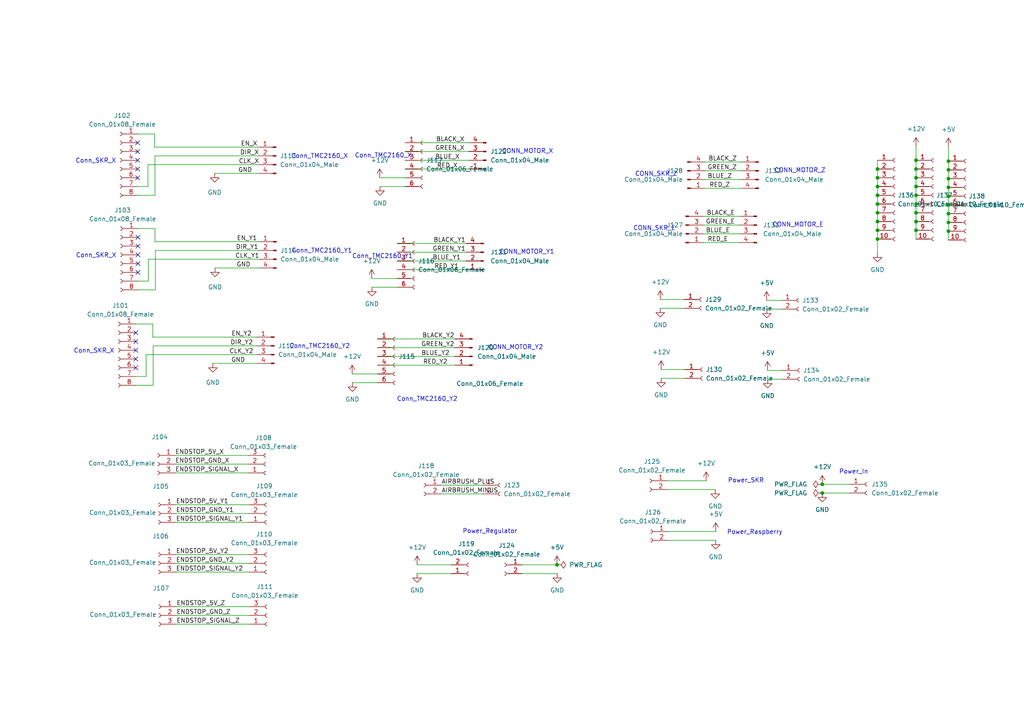
<source format=kicad_sch>
(kicad_sch (version 20211123) (generator eeschema)
  (paper "A4")
  (lib_symbols
    (symbol "Connector:Conn_01x02_Female" (pin_names (offset 1.016) hide)
      (property "Reference" "J" (at 0 2.54 0))
      (property "Value" "Conn_01x02_Female" (at 0 -5.08 0))
      (symbol "Conn_01x02_Female_1_1"
        (arc (start 0 -2.032) (mid -0.508 -2.54) (end 0 -3.048) (stroke (width 0.1524)))
        (polyline (pts (xy -1.27 -2.54) (xy -0.508 -2.54)) (stroke (width 0.1524)))
        (polyline (pts (xy -1.27 0) (xy -0.508 0)) (stroke (width 0.1524)))
        (arc (start 0 0.508) (mid -0.508 0) (end 0 -0.508) (stroke (width 0.1524)))
        (pin passive line (at -5.08 0 0) (length 3.81) (name "Pin_1") (number "1"))
        (pin passive line (at -5.08 -2.54 0) (length 3.81) (name "Pin_2") (number "2"))
      )
    )
    (symbol "Connector:Conn_01x03_Female" (pin_names (offset 1.016) hide)
      (property "Reference" "J" (at 0 5.08 0))
      (property "Value" "Conn_01x03_Female" (at 0 -5.08 0))
      (symbol "Conn_01x03_Female_1_1"
        (arc (start 0 -2.032) (mid -0.508 -2.54) (end 0 -3.048) (stroke (width 0.1524)))
        (polyline (pts (xy -1.27 -2.54) (xy -0.508 -2.54)) (stroke (width 0.1524)))
        (polyline (pts (xy -1.27 0) (xy -0.508 0)) (stroke (width 0.1524)))
        (polyline (pts (xy -1.27 2.54) (xy -0.508 2.54)) (stroke (width 0.1524)))
        (arc (start 0 0.508) (mid -0.508 0) (end 0 -0.508) (stroke (width 0.1524)))
        (arc (start 0 3.048) (mid -0.508 2.54) (end 0 2.032) (stroke (width 0.1524)))
        (pin passive line (at -5.08 2.54 0) (length 3.81) (name "Pin_1") (number "1"))
        (pin passive line (at -5.08 0 0) (length 3.81) (name "Pin_2") (number "2"))
        (pin passive line (at -5.08 -2.54 0) (length 3.81) (name "Pin_3") (number "3"))
      )
    )
    (symbol "Connector:Conn_01x04_Male" (pin_names (offset 1.016) hide)
      (property "Reference" "J" (at 0 5.08 0))
      (property "Value" "Conn_01x04_Male" (at 0 -7.62 0))
      (symbol "Conn_01x04_Male_1_1"
        (polyline (pts (xy 1.27 -5.08) (xy 0.8636 -5.08)) (stroke (width 0.1524)))
        (polyline (pts (xy 1.27 -2.54) (xy 0.8636 -2.54)) (stroke (width 0.1524)))
        (polyline (pts (xy 1.27 0) (xy 0.8636 0)) (stroke (width 0.1524)))
        (polyline (pts (xy 1.27 2.54) (xy 0.8636 2.54)) (stroke (width 0.1524)))
        (rectangle (start 0.8636 -4.953) (end 0 -5.207) (stroke (width 0.1524)) (fill (type outline)))
        (rectangle (start 0.8636 -2.413) (end 0 -2.667) (stroke (width 0.1524)) (fill (type outline)))
        (rectangle (start 0.8636 0.127) (end 0 -0.127) (stroke (width 0.1524)) (fill (type outline)))
        (rectangle (start 0.8636 2.667) (end 0 2.413) (stroke (width 0.1524)) (fill (type outline)))
        (pin passive line (at 5.08 2.54 180) (length 3.81) (name "Pin_1") (number "1"))
        (pin passive line (at 5.08 0 180) (length 3.81) (name "Pin_2") (number "2"))
        (pin passive line (at 5.08 -2.54 180) (length 3.81) (name "Pin_3") (number "3"))
        (pin passive line (at 5.08 -5.08 180) (length 3.81) (name "Pin_4") (number "4"))
      )
    )
    (symbol "Connector:Conn_01x06_Female" (pin_names (offset 1.016) hide)
      (property "Reference" "J" (at 0 7.62 0))
      (property "Value" "Conn_01x06_Female" (at 0 -10.16 0))
      (symbol "Conn_01x06_Female_1_1"
        (arc (start 0 -7.112) (mid -0.508 -7.62) (end 0 -8.128) (stroke (width 0.1524)))
        (arc (start 0 -4.572) (mid -0.508 -5.08) (end 0 -5.588) (stroke (width 0.1524)))
        (arc (start 0 -2.032) (mid -0.508 -2.54) (end 0 -3.048) (stroke (width 0.1524)))
        (polyline (pts (xy -1.27 -7.62) (xy -0.508 -7.62)) (stroke (width 0.1524)))
        (polyline (pts (xy -1.27 -5.08) (xy -0.508 -5.08)) (stroke (width 0.1524)))
        (polyline (pts (xy -1.27 -2.54) (xy -0.508 -2.54)) (stroke (width 0.1524)))
        (polyline (pts (xy -1.27 0) (xy -0.508 0)) (stroke (width 0.1524)))
        (polyline (pts (xy -1.27 2.54) (xy -0.508 2.54)) (stroke (width 0.1524)))
        (polyline (pts (xy -1.27 5.08) (xy -0.508 5.08)) (stroke (width 0.1524)))
        (arc (start 0 0.508) (mid -0.508 0) (end 0 -0.508) (stroke (width 0.1524)))
        (arc (start 0 3.048) (mid -0.508 2.54) (end 0 2.032) (stroke (width 0.1524)))
        (arc (start 0 5.588) (mid -0.508 5.08) (end 0 4.572) (stroke (width 0.1524)))
        (pin passive line (at -5.08 5.08 0) (length 3.81) (name "Pin_1") (number "1"))
        (pin passive line (at -5.08 2.54 0) (length 3.81) (name "Pin_2") (number "2"))
        (pin passive line (at -5.08 0 0) (length 3.81) (name "Pin_3") (number "3"))
        (pin passive line (at -5.08 -2.54 0) (length 3.81) (name "Pin_4") (number "4"))
        (pin passive line (at -5.08 -5.08 0) (length 3.81) (name "Pin_5") (number "5"))
        (pin passive line (at -5.08 -7.62 0) (length 3.81) (name "Pin_6") (number "6"))
      )
    )
    (symbol "Connector:Conn_01x08_Female" (pin_names (offset 1.016) hide)
      (property "Reference" "J" (at 0 10.16 0))
      (property "Value" "Conn_01x08_Female" (at 0 -12.7 0))
      (symbol "Conn_01x08_Female_1_1"
        (arc (start 0 -9.652) (mid -0.508 -10.16) (end 0 -10.668) (stroke (width 0.1524)))
        (arc (start 0 -7.112) (mid -0.508 -7.62) (end 0 -8.128) (stroke (width 0.1524)))
        (arc (start 0 -4.572) (mid -0.508 -5.08) (end 0 -5.588) (stroke (width 0.1524)))
        (arc (start 0 -2.032) (mid -0.508 -2.54) (end 0 -3.048) (stroke (width 0.1524)))
        (polyline (pts (xy -1.27 -10.16) (xy -0.508 -10.16)) (stroke (width 0.1524)))
        (polyline (pts (xy -1.27 -7.62) (xy -0.508 -7.62)) (stroke (width 0.1524)))
        (polyline (pts (xy -1.27 -5.08) (xy -0.508 -5.08)) (stroke (width 0.1524)))
        (polyline (pts (xy -1.27 -2.54) (xy -0.508 -2.54)) (stroke (width 0.1524)))
        (polyline (pts (xy -1.27 0) (xy -0.508 0)) (stroke (width 0.1524)))
        (polyline (pts (xy -1.27 2.54) (xy -0.508 2.54)) (stroke (width 0.1524)))
        (polyline (pts (xy -1.27 5.08) (xy -0.508 5.08)) (stroke (width 0.1524)))
        (polyline (pts (xy -1.27 7.62) (xy -0.508 7.62)) (stroke (width 0.1524)))
        (arc (start 0 0.508) (mid -0.508 0) (end 0 -0.508) (stroke (width 0.1524)))
        (arc (start 0 3.048) (mid -0.508 2.54) (end 0 2.032) (stroke (width 0.1524)))
        (arc (start 0 5.588) (mid -0.508 5.08) (end 0 4.572) (stroke (width 0.1524)))
        (arc (start 0 8.128) (mid -0.508 7.62) (end 0 7.112) (stroke (width 0.1524)))
        (pin passive line (at -5.08 7.62 0) (length 3.81) (name "Pin_1") (number "1"))
        (pin passive line (at -5.08 5.08 0) (length 3.81) (name "Pin_2") (number "2"))
        (pin passive line (at -5.08 2.54 0) (length 3.81) (name "Pin_3") (number "3"))
        (pin passive line (at -5.08 0 0) (length 3.81) (name "Pin_4") (number "4"))
        (pin passive line (at -5.08 -2.54 0) (length 3.81) (name "Pin_5") (number "5"))
        (pin passive line (at -5.08 -5.08 0) (length 3.81) (name "Pin_6") (number "6"))
        (pin passive line (at -5.08 -7.62 0) (length 3.81) (name "Pin_7") (number "7"))
        (pin passive line (at -5.08 -10.16 0) (length 3.81) (name "Pin_8") (number "8"))
      )
    )
    (symbol "Connector:Conn_01x10_Female" (pin_names (offset 1.016) hide)
      (property "Reference" "J" (at 0 12.7 0))
      (property "Value" "Conn_01x10_Female" (at 0 -15.24 0))
      (symbol "Conn_01x10_Female_1_1"
        (arc (start 0 -12.192) (mid -0.508 -12.7) (end 0 -13.208) (stroke (width 0.1524)))
        (arc (start 0 -9.652) (mid -0.508 -10.16) (end 0 -10.668) (stroke (width 0.1524)))
        (arc (start 0 -7.112) (mid -0.508 -7.62) (end 0 -8.128) (stroke (width 0.1524)))
        (arc (start 0 -4.572) (mid -0.508 -5.08) (end 0 -5.588) (stroke (width 0.1524)))
        (arc (start 0 -2.032) (mid -0.508 -2.54) (end 0 -3.048) (stroke (width 0.1524)))
        (polyline (pts (xy -1.27 -12.7) (xy -0.508 -12.7)) (stroke (width 0.1524)))
        (polyline (pts (xy -1.27 -10.16) (xy -0.508 -10.16)) (stroke (width 0.1524)))
        (polyline (pts (xy -1.27 -7.62) (xy -0.508 -7.62)) (stroke (width 0.1524)))
        (polyline (pts (xy -1.27 -5.08) (xy -0.508 -5.08)) (stroke (width 0.1524)))
        (polyline (pts (xy -1.27 -2.54) (xy -0.508 -2.54)) (stroke (width 0.1524)))
        (polyline (pts (xy -1.27 0) (xy -0.508 0)) (stroke (width 0.1524)))
        (polyline (pts (xy -1.27 2.54) (xy -0.508 2.54)) (stroke (width 0.1524)))
        (polyline (pts (xy -1.27 5.08) (xy -0.508 5.08)) (stroke (width 0.1524)))
        (polyline (pts (xy -1.27 7.62) (xy -0.508 7.62)) (stroke (width 0.1524)))
        (polyline (pts (xy -1.27 10.16) (xy -0.508 10.16)) (stroke (width 0.1524)))
        (arc (start 0 0.508) (mid -0.508 0) (end 0 -0.508) (stroke (width 0.1524)))
        (arc (start 0 3.048) (mid -0.508 2.54) (end 0 2.032) (stroke (width 0.1524)))
        (arc (start 0 5.588) (mid -0.508 5.08) (end 0 4.572) (stroke (width 0.1524)))
        (arc (start 0 8.128) (mid -0.508 7.62) (end 0 7.112) (stroke (width 0.1524)))
        (arc (start 0 10.668) (mid -0.508 10.16) (end 0 9.652) (stroke (width 0.1524)))
        (pin passive line (at -5.08 10.16 0) (length 3.81) (name "Pin_1") (number "1"))
        (pin passive line (at -5.08 -12.7 0) (length 3.81) (name "Pin_10") (number "10"))
        (pin passive line (at -5.08 7.62 0) (length 3.81) (name "Pin_2") (number "2"))
        (pin passive line (at -5.08 5.08 0) (length 3.81) (name "Pin_3") (number "3"))
        (pin passive line (at -5.08 2.54 0) (length 3.81) (name "Pin_4") (number "4"))
        (pin passive line (at -5.08 0 0) (length 3.81) (name "Pin_5") (number "5"))
        (pin passive line (at -5.08 -2.54 0) (length 3.81) (name "Pin_6") (number "6"))
        (pin passive line (at -5.08 -5.08 0) (length 3.81) (name "Pin_7") (number "7"))
        (pin passive line (at -5.08 -7.62 0) (length 3.81) (name "Pin_8") (number "8"))
        (pin passive line (at -5.08 -10.16 0) (length 3.81) (name "Pin_9") (number "9"))
      )
    )
    (symbol "Mechanical:MountingHole" (pin_names (offset 1.016))
      (property "Reference" "H" (at 0 5.08 0))
      (property "Value" "MountingHole" (at 0 3.175 0))
      (symbol "MountingHole_0_1"
        (circle (center 0 0) (radius 1.27) (stroke (width 1.27)))
      )
    )
    (symbol "power:+12V" (power) (pin_names (offset 0))
      (property "Value" "+12V" (at 0 3.556 0))
      (symbol "+12V_0_1"
        (polyline (pts (xy -0.762 1.27) (xy 0 2.54)))
        (polyline (pts (xy 0 0) (xy 0 2.54)))
        (polyline (pts (xy 0 2.54) (xy 0.762 1.27)))
      )
      (symbol "+12V_1_1"
        (pin power_in line (at 0 0 90) (length 0) hide (name "+12V") (number "1"))
      )
    )
    (symbol "power:+5V" (power) (pin_names (offset 0))
      (property "Value" "+5V" (at 0 3.556 0))
      (symbol "+5V_0_1"
        (polyline (pts (xy -0.762 1.27) (xy 0 2.54)))
        (polyline (pts (xy 0 0) (xy 0 2.54)))
        (polyline (pts (xy 0 2.54) (xy 0.762 1.27)))
      )
      (symbol "+5V_1_1"
        (pin power_in line (at 0 0 90) (length 0) hide (name "+5V") (number "1"))
      )
    )
    (symbol "power:GND" (power) (pin_names (offset 0))
      (property "Value" "GND" (at 0 -3.81 0))
      (symbol "GND_0_1"
        (polyline (pts (xy 0 0) (xy 0 -1.27) (xy 1.27 -1.27) (xy 0 -2.54) (xy -1.27 -1.27) (xy 0 -1.27)))
      )
      (symbol "GND_1_1"
        (pin power_in line (at 0 0 270) (length 0) hide (name "GND") (number "1"))
      )
    )
    (symbol "power:PWR_FLAG" (power) (pin_numbers hide) (pin_names (offset 0) hide)
      (property "Value" "PWR_FLAG" (at 0 3.81 0))
      (symbol "PWR_FLAG_0_0"
        (pin power_out line (at 0 0 90) (length 0) (name "pwr") (number "1"))
      )
      (symbol "PWR_FLAG_0_1"
        (polyline (pts (xy 0 0) (xy 0 1.27) (xy -1.016 1.905) (xy 0 2.54) (xy 1.016 1.905) (xy 0 1.27)))
      )
    )
  )
  (junction (at 254.508 61.722))
  (junction (at 275.082 51.816))
  (junction (at 265.684 61.722))
  (junction (at 265.684 46.482))
  (junction (at 254.508 51.562))
  (junction (at 275.082 59.436))
  (junction (at 254.508 69.342))
  (junction (at 254.508 49.022))
  (junction (at 238.4905 143.002))
  (junction (at 254.508 54.102))
  (junction (at 254.508 59.182))
  (junction (at 254.508 66.802))
  (junction (at 265.684 64.262))
  (junction (at 265.684 54.102))
  (junction (at 275.082 61.976))
  (junction (at 265.684 66.802))
  (junction (at 161.544 163.83))
  (junction (at 254.508 56.642))
  (junction (at 275.082 46.736))
  (junction (at 275.082 49.276))
  (junction (at 265.684 51.562))
  (junction (at 265.684 56.642))
  (junction (at 265.684 59.182))
  (junction (at 265.684 49.022))
  (junction (at 238.4905 140.462))
  (junction (at 275.082 56.896))
  (junction (at 254.508 64.262))
  (junction (at 275.082 64.516))
  (junction (at 275.082 67.056))
  (junction (at 275.082 54.356))
  (no_connect (at 39.911 41.402))
  (no_connect (at 40.0262 68.834))
  (no_connect (at 39.3869 96.5062))
  (no_connect (at 40.0262 73.914))
  (no_connect (at 40.0262 78.994))
  (no_connect (at 39.911 51.562))
  (no_connect (at 40.0262 71.374))
  (no_connect (at 39.911 49.022))
  (no_connect (at 39.3869 106.6662))
  (no_connect (at 39.3869 99.0462))
  (no_connect (at 40.0262 76.454))
  (no_connect (at 39.911 43.942))
  (no_connect (at 39.911 46.482))
  (no_connect (at 39.3869 104.1262))
  (no_connect (at 39.3869 101.5862))
  (wire (pts (xy 51.0283 165.9335) (xy 72.2216 165.9335)))
  (wire (pts (xy 203.962 65.278) (xy 214.4332 65.278)))
  (wire (pts (xy 193.802 154.178) (xy 207.5989 154.178)))
  (wire (pts (xy 43.0218 81.534) (xy 40.0262 81.534)))
  (wire (pts (xy 265.684 42.4566) (xy 265.684 46.482)))
  (wire (pts (xy 275.082 64.516) (xy 275.082 67.056)))
  (wire (pts (xy 42.9066 47.752) (xy 42.9066 54.102)))
  (wire (pts (xy 51.0283 146.4002) (xy 72.2216 146.4002)))
  (wire (pts (xy 191.5062 89.408) (xy 198.374 89.408)))
  (wire (pts (xy 107.8774 83.312) (xy 115.1723 83.312)))
  (wire (pts (xy 275.082 42.6073) (xy 275.082 46.736)))
  (wire (pts (xy 275.082 54.356) (xy 275.082 56.896)))
  (wire (pts (xy 265.684 64.262) (xy 265.684 66.802)))
  (wire (pts (xy 265.684 49.022) (xy 265.684 51.562)))
  (wire (pts (xy 44.958 70.104) (xy 44.958 66.294)))
  (wire (pts (xy 44.958 70.104) (xy 75.1029 70.104)))
  (wire (pts (xy 222.4085 89.662) (xy 226.568 89.662)))
  (wire (pts (xy 51.0283 151.4802) (xy 72.2216 151.4802)))
  (wire (pts (xy 117.5137 41.402) (xy 135.9472 41.402)))
  (wire (pts (xy 254.508 64.262) (xy 254.508 66.802)))
  (wire (pts (xy 115.1723 78.232) (xy 135.1852 78.232)))
  (wire (pts (xy 44.8428 42.672) (xy 74.9877 42.672)))
  (wire (pts (xy 102.1372 108.458) (xy 109.5027 108.458)))
  (wire (pts (xy 275.082 56.896) (xy 275.082 59.436)))
  (wire (pts (xy 254.508 56.642) (xy 254.508 59.182)))
  (wire (pts (xy 50.8 132.08) (xy 71.9933 132.08)))
  (wire (pts (xy 203.962 67.818) (xy 214.4332 67.818)))
  (wire (pts (xy 254.508 59.182) (xy 254.508 61.722)))
  (wire (pts (xy 62.263 50.292) (xy 74.9877 50.292)))
  (wire (pts (xy 222.6723 109.982) (xy 226.8318 109.982)))
  (wire (pts (xy 222.3547 87.122) (xy 226.568 87.122)))
  (wire (pts (xy 275.082 51.816) (xy 275.082 54.356)))
  (wire (pts (xy 254.508 66.802) (xy 254.508 69.342)))
  (wire (pts (xy 44.8428 42.672) (xy 44.8428 38.862)))
  (wire (pts (xy 109.5027 98.298) (xy 131.9203 98.298)))
  (wire (pts (xy 115.1723 75.692) (xy 135.1852 75.692)))
  (wire (pts (xy 275.082 59.436) (xy 275.082 61.976)))
  (wire (pts (xy 203.962 62.738) (xy 214.4332 62.738)))
  (wire (pts (xy 110.1482 51.562) (xy 117.5137 51.562)))
  (wire (pts (xy 203.962 70.358) (xy 214.4332 70.358)))
  (wire (pts (xy 51.1585 178.4977) (xy 72.3518 178.4977)))
  (wire (pts (xy 193.548 139.446) (xy 204.8129 139.446)))
  (wire (pts (xy 115.1723 73.152) (xy 135.1852 73.152)))
  (wire (pts (xy 109.5027 105.918) (xy 131.9203 105.918)))
  (wire (pts (xy 191.77 109.728) (xy 198.6378 109.728)))
  (wire (pts (xy 151.4245 166.37) (xy 161.6068 166.37)))
  (wire (pts (xy 51.0283 163.3935) (xy 72.2216 163.3935)))
  (wire (pts (xy 265.684 66.802) (xy 265.684 69.342)))
  (wire (pts (xy 254.508 69.342) (xy 254.508 73.4054)))
  (wire (pts (xy 204.47 54.61) (xy 214.9412 54.61)))
  (wire (pts (xy 44.4233 100.3162) (xy 74.4636 100.3162)))
  (wire (pts (xy 254.508 51.562) (xy 254.508 54.102)))
  (wire (pts (xy 107.8068 80.772) (xy 115.1723 80.772)))
  (wire (pts (xy 222.6185 107.442) (xy 226.8318 107.442)))
  (wire (pts (xy 204.47 52.07) (xy 214.9412 52.07)))
  (wire (pts (xy 128.0492 143.256) (xy 139.954 143.256)))
  (wire (pts (xy 254.508 49.022) (xy 254.508 51.562)))
  (wire (pts (xy 61.7389 105.3962) (xy 74.4636 105.3962)))
  (wire (pts (xy 44.9474 45.212) (xy 74.9877 45.212)))
  (wire (pts (xy 50.8 137.16) (xy 71.9933 137.16)))
  (wire (pts (xy 45.0626 72.644) (xy 75.1029 72.644)))
  (wire (pts (xy 254.508 46.482) (xy 254.508 49.022)))
  (wire (pts (xy 275.082 61.976) (xy 275.082 64.516)))
  (wire (pts (xy 193.802 156.718) (xy 207.5858 156.718)))
  (wire (pts (xy 42.3825 102.8562) (xy 42.3825 109.2062)))
  (wire (pts (xy 193.548 141.986) (xy 207.455 141.986)))
  (wire (pts (xy 275.082 67.056) (xy 275.082 69.596)))
  (wire (pts (xy 238.4905 140.462) (xy 246.38 140.462)))
  (wire (pts (xy 44.9474 45.212) (xy 44.9474 56.642)))
  (wire (pts (xy 44.958 66.294) (xy 40.0262 66.294)))
  (wire (pts (xy 117.5137 49.022) (xy 135.9472 49.022)))
  (wire (pts (xy 50.8 134.62) (xy 71.9933 134.62)))
  (wire (pts (xy 44.4233 111.7462) (xy 39.3869 111.7462)))
  (wire (pts (xy 191.5062 86.868) (xy 198.374 86.868)))
  (wire (pts (xy 254.508 61.722) (xy 254.508 64.262)))
  (wire (pts (xy 265.684 54.102) (xy 265.684 56.642)))
  (wire (pts (xy 117.5137 46.482) (xy 135.9472 46.482)))
  (wire (pts (xy 117.5137 43.942) (xy 135.9472 43.942)))
  (wire (pts (xy 42.9066 54.102) (xy 39.911 54.102)))
  (wire (pts (xy 254.508 54.102) (xy 254.508 56.642)))
  (wire (pts (xy 204.47 49.53) (xy 214.9412 49.53)))
  (wire (pts (xy 102.2078 110.998) (xy 109.5027 110.998)))
  (wire (pts (xy 238.4905 143.002) (xy 246.38 143.002)))
  (wire (pts (xy 42.3825 109.2062) (xy 39.3869 109.2062)))
  (wire (pts (xy 109.5027 103.378) (xy 131.9203 103.378)))
  (wire (pts (xy 191.77 107.188) (xy 198.6378 107.188)))
  (wire (pts (xy 51.0283 148.9402) (xy 72.2216 148.9402)))
  (wire (pts (xy 265.684 46.482) (xy 265.684 49.022)))
  (wire (pts (xy 44.4233 100.3162) (xy 44.4233 111.7462)))
  (wire (pts (xy 204.47 46.99) (xy 214.9412 46.99)))
  (wire (pts (xy 120.9792 166.37) (xy 130.848 166.37)))
  (wire (pts (xy 44.3187 97.7762) (xy 74.4636 97.7762)))
  (wire (pts (xy 265.684 59.182) (xy 265.684 61.722)))
  (wire (pts (xy 265.684 56.642) (xy 265.684 59.182)))
  (wire (pts (xy 43.0218 75.184) (xy 75.1029 75.184)))
  (wire (pts (xy 44.8428 38.862) (xy 39.911 38.862)))
  (wire (pts (xy 151.4245 163.83) (xy 161.544 163.83)))
  (wire (pts (xy 45.0626 84.074) (xy 40.0262 84.074)))
  (wire (pts (xy 42.9066 47.752) (xy 74.9877 47.752)))
  (wire (pts (xy 275.082 49.276) (xy 275.082 51.816)))
  (wire (pts (xy 51.1585 175.9577) (xy 72.3518 175.9577)))
  (wire (pts (xy 275.082 46.736) (xy 275.082 49.276)))
  (wire (pts (xy 110.2188 54.102) (xy 117.5137 54.102)))
  (wire (pts (xy 44.3187 97.7762) (xy 44.3187 93.9662)))
  (wire (pts (xy 45.0626 72.644) (xy 45.0626 84.074)))
  (wire (pts (xy 42.3825 102.8562) (xy 74.4636 102.8562)))
  (wire (pts (xy 265.684 61.722) (xy 265.684 64.262)))
  (wire (pts (xy 115.1723 70.612) (xy 135.1852 70.612)))
  (wire (pts (xy 44.9474 56.642) (xy 39.911 56.642)))
  (wire (pts (xy 128.0492 140.716) (xy 139.954 140.716)))
  (wire (pts (xy 109.5027 100.838) (xy 131.9203 100.838)))
  (wire (pts (xy 43.0218 75.184) (xy 43.0218 81.534)))
  (wire (pts (xy 120.9792 163.83) (xy 130.848 163.83)))
  (wire (pts (xy 51.0283 160.8535) (xy 72.2216 160.8535)))
  (wire (pts (xy 265.684 51.562) (xy 265.684 54.102)))
  (wire (pts (xy 62.3782 77.724) (xy 75.1029 77.724)))
  (wire (pts (xy 44.3187 93.9662) (xy 39.3869 93.9662)))
  (wire (pts (xy 51.1585 181.0377) (xy 72.3518 181.0377)))
  (text "CONN_MOTOR_Z" (at 224.536 50.292 0) (effects (font (size 1.27 1.27)) (justify left bottom)))
  (text "Conn_TMC2160_X" (at 102.87 45.974 0) (effects (font (size 1.27 1.27)) (justify left bottom)))
  (text "Conn_TMC2160_X" (at 84.3923 46.1609 0) (effects (font (size 1.27 1.27)) (justify left bottom)))
  (text "Power_Raspberry" (at 210.82 155.194 0) (effects (font (size 1.27 1.27)) (justify left bottom)))
  (text "Conn_TMC2160_Y1" (at 84.5075 73.5929 0) (effects (font (size 1.27 1.27)) (justify left bottom)))
  (text "CONN_MOTOR_Y1" (at 144.78 73.914 0) (effects (font (size 1.27 1.27)) (justify left bottom)))
  (text "CONN_MOTOR_Y2" (at 141.5151 101.6 0) (effects (font (size 1.27 1.27)) (justify left bottom)))
  (text "Power_Regulator" (at 134.1525 154.94 0) (effects (font (size 1.27 1.27)) (justify left bottom)))
  (text "CONN_MOTOR_E" (at 224.028 66.04 0) (effects (font (size 1.27 1.27)) (justify left bottom)))
  (text "CONN_SKR_Z" (at 184.15 51.308 0) (effects (font (size 1.27 1.27)) (justify left bottom)))
  (text "CONN_MOTOR_X" (at 145.542 44.704 0) (effects (font (size 1.27 1.27)) (justify left bottom)))
  (text "Conn_TMC2160_Y2" (at 83.8682 101.2651 0) (effects (font (size 1.27 1.27)) (justify left bottom)))
  (text "Conn_TMC2160_Y1" (at 102.108 75.184 0) (effects (font (size 1.27 1.27)) (justify left bottom)))
  (text "Power_In" (at 243.332 137.668 0) (effects (font (size 1.27 1.27)) (justify left bottom)))
  (text "Conn_SKR_X" (at 21.3529 102.6022 0) (effects (font (size 1.27 1.27)) (justify left bottom)))
  (text "Power_SKR" (at 211.074 140.208 0) (effects (font (size 1.27 1.27)) (justify left bottom)))
  (text "Conn_SKR_X" (at 21.877 47.498 0) (effects (font (size 1.27 1.27)) (justify left bottom)))
  (text "Conn_TMC2160_Y2" (at 115.062 116.586 0) (effects (font (size 1.27 1.27)) (justify left bottom)))
  (text "CONN_SKR_E" (at 183.642 67.056 0) (effects (font (size 1.27 1.27)) (justify left bottom)))
  (text "Conn_SKR_X" (at 21.9922 74.93 0) (effects (font (size 1.27 1.27)) (justify left bottom)))
  (label "GREEN_Y1" (at 125.4381 73.152 0))
  (label "BLUE_X" (at 126.2001 46.482 0))
  (label "GND" (at 69.0685 50.292 0))
  (label "RED_Y2" (at 122.682 105.918 0))
  (label "ENDSTOP_5V_Y2" (at 51.0283 160.8535 0))
  (label "AIRBRUSH_MINUS" (at 128.0492 143.256 0))
  (label "BLACK_X" (at 126.4545 41.402 0))
  (label "ENDSTOP_5V_X" (at 50.8 132.08 0))
  (label "BLUE_Z" (at 205.1941 52.07 0))
  (label "GND" (at 67.0177 105.3962 0))
  (label "RED_E" (at 205.1949 70.358 0))
  (label "GREEN_X" (at 126.2001 43.942 0))
  (label "BLACK_E" (at 204.9405 62.738 0))
  (label "RED_X" (at 126.7089 49.022 0))
  (label "CLK_Y1" (at 68.2187 75.184 0))
  (label "CLK_Y2" (at 66.4902 102.8562 0))
  (label "BLACK_Y2" (at 122.4276 98.298 0))
  (label "BLACK_Z" (at 205.4485 46.99 0))
  (label "CLK_X" (at 69.2192 47.752 0))
  (label "ENDSTOP_GND_Z" (at 51.1585 178.4977 0))
  (label "GREEN_Y2" (at 122.1732 100.838 0))
  (label "DIR_X" (at 69.596 45.212 0))
  (label "ENDSTOP_SIGNAL_X" (at 50.8 137.16 0))
  (label "ENDSTOP_GND_Y2" (at 51.0283 163.3935 0))
  (label "ENDSTOP_5V_Y1" (at 51.0283 146.4002 0))
  (label "GREEN_E" (at 204.6861 65.278 0))
  (label "BLUE_E" (at 204.6861 67.818 0))
  (label "AIRBRUSH_PLUS" (at 128.0492 140.716 0))
  (label "ENDSTOP_5V_Z" (at 51.1585 175.9577 0))
  (label "ENDSTOP_SIGNAL_Y2" (at 51.0283 165.9335 0))
  (label "BLUE_Y1" (at 125.4381 75.692 0))
  (label "EN_X" (at 69.822 42.672 0))
  (label "RED_Y1" (at 125.9469 78.232 0))
  (label "ENDSTOP_SIGNAL_Z" (at 51.1585 181.0377 0))
  (label "EN_Y1" (at 68.6708 70.104 0))
  (label "BLACK_Y1" (at 125.6925 70.612 0))
  (label "EN_Y2" (at 67.0931 97.7762 0))
  (label "ENDSTOP_GND_Y1" (at 51.0283 148.9402 0))
  (label "DIR_Y2" (at 66.7916 100.3162 0))
  (label "ENDSTOP_SIGNAL_Y1" (at 51.0283 151.4802 0))
  (label "GND" (at 68.5954 77.724 0))
  (label "ENDSTOP_GND_X" (at 50.8 134.62 0))
  (label "RED_Z" (at 205.7029 54.61 0))
  (label "GREEN_Z" (at 205.1941 49.53 0))
  (label "DIR_Y1" (at 68.3694 72.644 0))
  (label "BLUE_Y2" (at 122.1732 103.378 0))
  (symbol (lib_id "Connector:Conn_01x06_Female") (at 114.5827 103.378 0) (unit 1)
    (property "Reference" "J115" (at 115.5987 103.3779 0) (effects (justify left)))
    (property "Value" "Conn_01x06_Female" (at 132.334 111.252 0) (effects (justify left)))
    (property "Footprint" "TerminalBlock_WAGO:TerminalBlock_WAGO_236-406_1x06_P5.00mm_45Degree" (effects hide))
  )
  (symbol (lib_id "power:GND") (at 107.8774 83.312 0) (unit 1)
    (property "Reference" "#PWR0107" (effects hide))
    (property "Value" "GND" (at 107.8774 88.138 0))
  )
  (symbol (lib_id "Connector:Conn_01x10_Female") (at 259.588 56.642 0) (unit 1)
    (property "Reference" "J136" (at 260.35 56.6419 0) (effects (justify left)))
    (property "Value" "Conn_01x10_Female" (at 260.35 59.1819 0) (effects (justify left)))
    (property "Footprint" "Connector_PinHeader_2.54mm:PinHeader_1x10_P2.54mm_Vertical" (effects hide))
  )
  (symbol (lib_id "Connector:Conn_01x02_Female") (at 203.454 86.868 0) (unit 1)
    (property "Reference" "J129" (at 204.47 86.8679 0) (effects (justify left)))
    (property "Value" "Conn_01x02_Female" (at 204.47 89.4079 0) (effects (justify left)))
    (property "Footprint" "TerminalBlock_WAGO:TerminalBlock_WAGO_236-402_1x02_P5.00mm_45Degree" (effects hide))
  )
  (symbol (lib_id "Connector:Conn_01x03_Female") (at 77.3016 148.9402 0) (mirror x) (unit 1)
    (property "Reference" "J109" (at 76.6666 140.97 0))
    (property "Value" "Conn_01x03_Female" (at 76.6666 143.51 0))
    (property "Footprint" "Connector_JST:JST_XH_B3B-XH-AM_1x03_P2.50mm_Vertical" (effects hide))
  )
  (symbol (lib_id "power:PWR_FLAG") (at 161.544 163.83 270) (unit 1)
    (property "Reference" "#FLG0101" (effects hide))
    (property "Value" "PWR_FLAG" (at 165.1 163.8299 90) (effects (justify left)))
  )
  (symbol (lib_id "power:+12V") (at 120.9792 163.83 0) (unit 1)
    (property "Reference" "#PWR0110" (effects hide))
    (property "Value" "+12V" (at 120.9792 158.75 0))
  )
  (symbol (lib_id "Mechanical:MountingHole") (at 350.2556 107.4286 0) (unit 1)
    (property "Reference" "H122" (at 353.3036 106.1585 0) (effects (justify left)))
    (property "Value" "MountingHole" (at 353.3036 108.6985 0) (effects (justify left)))
    (property "Footprint" "MountingHole:MountingHole_3.2mm_M3_DIN965_Pad" (effects hide))
  )
  (symbol (lib_id "Mechanical:MountingHole") (at 302.26 84.074 0) (unit 1)
    (property "Reference" "H101" (at 305.308 82.8039 0) (effects (justify left)))
    (property "Value" "MountingHole" (at 305.308 85.3439 0) (effects (justify left)))
    (property "Footprint" "MountingHole:MountingHole_3.2mm_M3_DIN965_Pad" (effects hide))
  )
  (symbol (lib_id "Mechanical:MountingHole") (at 302.26 123.952 0) (unit 1)
    (property "Reference" "H104" (at 305.308 122.6819 0) (effects (justify left)))
    (property "Value" "MountingHole" (at 305.308 125.2219 0) (effects (justify left)))
    (property "Footprint" "MountingHole:MountingHole_3.2mm_M3_DIN965_Pad" (effects hide))
  )
  (symbol (lib_id "power:GND") (at 254.508 73.4054 0) (unit 1)
    (property "Reference" "#PWR0128" (effects hide))
    (property "Value" "GND" (at 254.508 78.2314 0))
  )
  (symbol (lib_id "Connector:Conn_01x04_Male") (at 141.0272 46.482 180) (unit 1)
    (property "Reference" "J122" (at 142.24 43.9419 0) (effects (justify right)))
    (property "Value" "Conn_01x04_Male" (at 142.24 46.4819 0) (effects (justify right)))
    (property "Footprint" "TerminalBlock_WAGO:TerminalBlock_WAGO_236-404_1x04_P5.00mm_45Degree" (effects hide))
  )
  (symbol (lib_id "Connector:Conn_01x02_Female") (at 203.7178 107.188 0) (unit 1)
    (property "Reference" "J130" (at 204.7338 107.1879 0) (effects (justify left)))
    (property "Value" "Conn_01x02_Female" (at 204.7338 109.7279 0) (effects (justify left)))
    (property "Footprint" "TerminalBlock_WAGO:TerminalBlock_WAGO_236-402_1x02_P5.00mm_45Degree" (effects hide))
  )
  (symbol (lib_id "Connector:Conn_01x04_Male") (at 79.5436 100.3162 0) (mirror y) (unit 1)
    (property "Reference" "J112" (at 80.6655 100.3161 0) (effects (justify right)))
    (property "Value" "Conn_01x04_Male" (at 80.6655 102.8561 0) (effects (justify right)))
    (property "Footprint" "Connector_JST:JST_XH_B4B-XH-AM_1x04_P2.50mm_Vertical" (effects hide))
  )
  (symbol (lib_id "Mechanical:MountingHole") (at 302.26 107.188 0) (unit 1)
    (property "Reference" "H102" (at 305.308 105.9179 0) (effects (justify left)))
    (property "Value" "MountingHole" (at 305.308 108.4579 0) (effects (justify left)))
    (property "Footprint" "MountingHole:MountingHole_3.2mm_M3_DIN965_Pad" (effects hide))
  )
  (symbol (lib_id "power:GND") (at 238.4905 143.002 0) (unit 1)
    (property "Reference" "#PWR0127" (effects hide))
    (property "Value" "GND" (at 238.4905 147.828 0))
  )
  (symbol (lib_id "power:GND") (at 62.3782 77.724 0) (unit 1)
    (property "Reference" "#PWR0103" (effects hide))
    (property "Value" "GND" (at 62.3782 83.2604 0))
  )
  (symbol (lib_id "power:PWR_FLAG") (at 238.4905 140.462 90) (unit 1)
    (property "Reference" "#FLG0102" (effects hide))
    (property "Value" "PWR_FLAG" (at 234.1725 140.4619 90) (effects (justify left)))
  )
  (symbol (lib_id "power:GND") (at 191.5062 89.408 0) (unit 1)
    (property "Reference" "#PWR0115" (effects hide))
    (property "Value" "GND" (at 191.5062 94.234 0))
  )
  (symbol (lib_id "Connector:Conn_01x04_Male") (at 80.0677 45.212 0) (mirror y) (unit 1)
    (property "Reference" "J113" (at 81.1896 45.2119 0) (effects (justify right)))
    (property "Value" "Conn_01x04_Male" (at 81.1896 47.7519 0) (effects (justify right)))
    (property "Footprint" "Connector_JST:JST_XH_B4B-XH-AM_1x04_P2.50mm_Vertical" (effects hide))
  )
  (symbol (lib_id "Connector:Conn_01x08_Female") (at 34.3069 101.5862 0) (mirror y) (unit 1)
    (property "Reference" "J101" (at 34.9419 88.6322 0))
    (property "Value" "Conn_01x08_Female" (at 34.9419 91.1722 0))
    (property "Footprint" "Connector_PinHeader_2.54mm:PinHeader_1x08_P2.54mm_Vertical" (effects hide))
  )
  (symbol (lib_id "Connector:Conn_01x06_Female") (at 120.2523 75.692 0) (unit 1)
    (property "Reference" "J116" (at 121.2683 75.6919 0) (effects (justify left)))
    (property "Value" "Conn_01x06_Female" (at 121.2683 78.2319 0) (effects (justify left)))
    (property "Footprint" "TerminalBlock_WAGO:TerminalBlock_WAGO_236-406_1x06_P5.00mm_45Degree" (effects hide))
  )
  (symbol (lib_id "Mechanical:MountingHole") (at 327.914 142.24 0) (unit 1)
    (property "Reference" "H119" (at 330.962 140.9699 0) (effects (justify left)))
    (property "Value" "MountingHole" (at 330.962 143.5099 0) (effects (justify left)))
    (property "Footprint" "MountingHole:MountingHole_3.2mm_M3_DIN965_Pad" (effects hide))
  )
  (symbol (lib_id "power:GND") (at 207.5858 156.718 0) (unit 1)
    (property "Reference" "#PWR0120" (effects hide))
    (property "Value" "GND" (at 207.5858 161.544 0))
  )
  (symbol (lib_id "power:GND") (at 110.2188 54.102 0) (unit 1)
    (property "Reference" "#PWR0109" (effects hide))
    (property "Value" "GND" (at 110.2188 58.928 0))
  )
  (symbol (lib_id "Mechanical:MountingHole") (at 327.406 107.442 0) (unit 1)
    (property "Reference" "H112" (at 330.454 106.1719 0) (effects (justify left)))
    (property "Value" "MountingHole" (at 330.454 108.7119 0) (effects (justify left)))
    (property "Footprint" "MountingHole:MountingHole_3.2mm_M3_DIN965_Pad" (effects hide))
  )
  (symbol (lib_id "Connector:Conn_01x03_Female") (at 45.9483 148.9402 0) (mirror y) (unit 1)
    (property "Reference" "J105" (at 46.5833 141.0662 0))
    (property "Value" "Conn_01x03_Female" (at 35.5541 148.6862 0))
    (property "Footprint" "TerminalBlock_WAGO:TerminalBlock_WAGO_236-403_1x03_P5.00mm_45Degree" (effects hide))
  )
  (symbol (lib_id "power:+12V") (at 265.684 42.4566 0) (unit 1)
    (property "Reference" "#PWR0129" (effects hide))
    (property "Value" "+12V" (at 265.684 37.3766 0))
  )
  (symbol (lib_id "power:GND") (at 222.4085 89.662 0) (unit 1)
    (property "Reference" "#PWR0123" (effects hide))
    (property "Value" "GND" (at 222.4085 94.488 0))
  )
  (symbol (lib_id "Connector:Conn_01x03_Female") (at 45.9483 163.3935 0) (mirror y) (unit 1)
    (property "Reference" "J106" (at 46.5833 155.5195 0))
    (property "Value" "Conn_01x03_Female" (at 35.5541 163.1395 0))
    (property "Footprint" "TerminalBlock_WAGO:TerminalBlock_WAGO_236-403_1x03_P5.00mm_45Degree" (effects hide))
  )
  (symbol (lib_id "Mechanical:MountingHole") (at 302.514 101.6 0) (unit 1)
    (property "Reference" "H108" (at 305.562 100.3299 0) (effects (justify left)))
    (property "Value" "MountingHole" (at 305.562 102.8699 0) (effects (justify left)))
    (property "Footprint" "MountingHole:MountingHole_3.2mm_M3_DIN965_Pad" (effects hide))
  )
  (symbol (lib_id "Mechanical:MountingHole") (at 350.2556 84.3146 0) (unit 1)
    (property "Reference" "H121" (at 353.3036 83.0445 0) (effects (justify left)))
    (property "Value" "MountingHole" (at 353.3036 85.5845 0) (effects (justify left)))
    (property "Footprint" "MountingHole:MountingHole_3.2mm_M3_DIN965_Pad" (effects hide))
  )
  (symbol (lib_id "Connector:Conn_01x08_Female") (at 34.9462 73.914 0) (mirror y) (unit 1)
    (property "Reference" "J103" (at 35.5812 60.96 0))
    (property "Value" "Conn_01x08_Female" (at 35.5812 63.5 0))
    (property "Footprint" "Connector_PinHeader_2.54mm:PinHeader_1x08_P2.54mm_Vertical" (effects hide))
  )
  (symbol (lib_id "Mechanical:MountingHole") (at 302.26 118.618 0) (unit 1)
    (property "Reference" "H103" (at 305.308 117.3479 0) (effects (justify left)))
    (property "Value" "MountingHole" (at 305.308 119.8879 0) (effects (justify left)))
    (property "Footprint" "MountingHole:MountingHole_3.2mm_M3_DIN965_Pad" (effects hide))
  )
  (symbol (lib_id "Connector:Conn_01x02_Female") (at 188.722 154.178 0) (mirror y) (unit 1)
    (property "Reference" "J126" (at 189.357 148.59 0))
    (property "Value" "Conn_01x02_Female" (at 189.357 151.13 0))
    (property "Footprint" "TerminalBlock_WAGO:TerminalBlock_WAGO_236-402_1x02_P5.00mm_45Degree" (effects hide))
  )
  (symbol (lib_id "Connector:Conn_01x03_Female") (at 77.0733 134.62 0) (mirror x) (unit 1)
    (property "Reference" "J108" (at 76.4383 127 0))
    (property "Value" "Conn_01x03_Female" (at 76.4383 129.54 0))
    (property "Footprint" "Connector_JST:JST_XH_B3B-XH-AM_1x03_P2.50mm_Vertical" (effects hide))
  )
  (symbol (lib_id "power:GND") (at 62.263 50.292 0) (unit 1)
    (property "Reference" "#PWR0102" (effects hide))
    (property "Value" "GND" (at 62.263 55.8284 0))
  )
  (symbol (lib_id "Connector:Conn_01x10_Female") (at 270.764 56.642 0) (unit 1)
    (property "Reference" "J137" (at 271.526 56.6419 0) (effects (justify left)))
    (property "Value" "Conn_01x10_Female" (at 271.526 59.1819 0) (effects (justify left)))
    (property "Footprint" "Connector_PinHeader_2.54mm:PinHeader_1x10_P2.54mm_Vertical" (effects hide))
  )
  (symbol (lib_id "power:GND") (at 161.6068 166.37 0) (unit 1)
    (property "Reference" "#PWR0113" (effects hide))
    (property "Value" "GND" (at 161.6068 171.196 0))
  )
  (symbol (lib_id "Mechanical:MountingHole") (at 327.406 118.872 0) (unit 1)
    (property "Reference" "H114" (at 330.454 117.6019 0) (effects (justify left)))
    (property "Value" "MountingHole" (at 330.454 120.1419 0) (effects (justify left)))
    (property "Footprint" "MountingHole:MountingHole_3.2mm_M3_DIN965_Pad" (effects hide))
  )
  (symbol (lib_id "Connector:Conn_01x02_Female") (at 188.468 139.446 0) (mirror y) (unit 1)
    (property "Reference" "J125" (at 189.103 133.858 0))
    (property "Value" "Conn_01x02_Female" (at 189.103 136.398 0))
    (property "Footprint" "TerminalBlock_WAGO:TerminalBlock_WAGO_236-402_1x02_P5.00mm_45Degree" (effects hide))
  )
  (symbol (lib_id "power:+5V") (at 207.5989 154.178 0) (unit 1)
    (property "Reference" "#PWR0121" (effects hide))
    (property "Value" "+5V" (at 207.5989 149.098 0))
  )
  (symbol (lib_id "power:+12V") (at 110.1482 51.562 0) (unit 1)
    (property "Reference" "#PWR0108" (effects hide))
    (property "Value" "+12V" (at 110.1482 46.482 0))
  )
  (symbol (lib_id "Mechanical:MountingHole") (at 327.406 113.538 0) (unit 1)
    (property "Reference" "H113" (at 330.454 112.2679 0) (effects (justify left)))
    (property "Value" "MountingHole" (at 330.454 114.8079 0) (effects (justify left)))
    (property "Footprint" "MountingHole:MountingHole_3.2mm_M3_DIN965_Pad" (effects hide))
  )
  (symbol (lib_id "Connector:Conn_01x02_Female") (at 231.648 87.122 0) (unit 1)
    (property "Reference" "J133" (at 232.664 87.1219 0) (effects (justify left)))
    (property "Value" "Conn_01x02_Female" (at 232.664 89.6619 0) (effects (justify left)))
    (property "Footprint" "TerminalBlock_WAGO:TerminalBlock_WAGO_236-402_1x02_P5.00mm_45Degree" (effects hide))
  )
  (symbol (lib_id "power:+5V") (at 161.544 163.83 0) (unit 1)
    (property "Reference" "#PWR0112" (effects hide))
    (property "Value" "+5V" (at 161.544 158.75 0))
  )
  (symbol (lib_id "Connector:Conn_01x02_Female") (at 135.928 166.37 0) (mirror x) (unit 1)
    (property "Reference" "J119" (at 135.293 157.734 0))
    (property "Value" "Conn_01x02_Female" (at 135.293 160.274 0))
    (property "Footprint" "TerminalBlock_WAGO:TerminalBlock_WAGO_236-402_1x02_P5.00mm_45Degree" (effects hide))
  )
  (symbol (lib_id "Connector:Conn_01x03_Female") (at 77.3016 163.3935 0) (mirror x) (unit 1)
    (property "Reference" "J110" (at 76.6666 154.94 0))
    (property "Value" "Conn_01x03_Female" (at 76.6666 157.48 0))
    (property "Footprint" "Connector_JST:JST_XH_B3B-XH-AM_1x03_P2.50mm_Vertical" (effects hide))
  )
  (symbol (lib_id "power:+12V") (at 191.5062 86.868 0) (unit 1)
    (property "Reference" "#PWR0114" (effects hide))
    (property "Value" "+12V" (at 191.5062 81.788 0))
  )
  (symbol (lib_id "Mechanical:MountingHole") (at 327.406 84.328 0) (unit 1)
    (property "Reference" "H111" (at 330.454 83.0579 0) (effects (justify left)))
    (property "Value" "MountingHole" (at 330.454 85.5979 0) (effects (justify left)))
    (property "Footprint" "MountingHole:MountingHole_3.2mm_M3_DIN965_Pad" (effects hide))
  )
  (symbol (lib_id "power:+12V") (at 238.4905 140.462 0) (unit 1)
    (property "Reference" "#PWR0126" (effects hide))
    (property "Value" "+12V" (at 238.4905 135.382 0))
  )
  (symbol (lib_id "Mechanical:MountingHole") (at 302.8554 135.7691 0) (unit 1)
    (property "Reference" "H110" (at 305.9034 134.499 0) (effects (justify left)))
    (property "Value" "MountingHole" (at 305.9034 137.039 0) (effects (justify left)))
    (property "Footprint" "MountingHole:MountingHole_3.2mm_M3_DIN965_Pad" (effects hide))
  )
  (symbol (lib_id "Mechanical:MountingHole") (at 327.66 101.854 0) (unit 1)
    (property "Reference" "H118" (at 330.708 100.5839 0) (effects (justify left)))
    (property "Value" "MountingHole" (at 330.708 103.1239 0) (effects (justify left)))
    (property "Footprint" "MountingHole:MountingHole_3.2mm_M3_DIN965_Pad" (effects hide))
  )
  (symbol (lib_id "power:GND") (at 191.77 109.728 0) (unit 1)
    (property "Reference" "#PWR0117" (effects hide))
    (property "Value" "GND" (at 191.77 114.554 0))
  )
  (symbol (lib_id "Mechanical:MountingHole") (at 327.66 89.916 0) (unit 1)
    (property "Reference" "H116" (at 330.708 88.6459 0) (effects (justify left)))
    (property "Value" "MountingHole" (at 330.708 91.1859 0) (effects (justify left)))
    (property "Footprint" "MountingHole:MountingHole_3.2mm_M3_DIN965_Pad" (effects hide))
  )
  (symbol (lib_id "Connector:Conn_01x08_Female") (at 34.831 46.482 0) (mirror y) (unit 1)
    (property "Reference" "J102" (at 35.466 33.528 0))
    (property "Value" "Conn_01x08_Female" (at 35.466 36.068 0))
    (property "Footprint" "Connector_PinHeader_2.54mm:PinHeader_1x08_P2.54mm_Vertical" (effects hide))
  )
  (symbol (lib_id "power:GND") (at 222.6723 109.982 0) (unit 1)
    (property "Reference" "#PWR0125" (effects hide))
    (property "Value" "GND" (at 222.6723 114.808 0))
  )
  (symbol (lib_id "power:GND") (at 61.7389 105.3962 0) (unit 1)
    (property "Reference" "#PWR0101" (effects hide))
    (property "Value" "GND" (at 61.7389 110.9326 0))
  )
  (symbol (lib_id "Connector:Conn_01x03_Female") (at 77.4318 178.4977 0) (mirror x) (unit 1)
    (property "Reference" "J111" (at 76.7968 170.18 0))
    (property "Value" "Conn_01x03_Female" (at 76.7968 172.72 0))
    (property "Footprint" "Connector_JST:JST_XH_B3B-XH-AM_1x03_P2.50mm_Vertical" (effects hide))
  )
  (symbol (lib_id "Mechanical:MountingHole") (at 302.26 130.048 0) (unit 1)
    (property "Reference" "H105" (at 305.308 128.7779 0) (effects (justify left)))
    (property "Value" "MountingHole" (at 305.308 131.3179 0) (effects (justify left)))
    (property "Footprint" "MountingHole:MountingHole_3.2mm_M3_DIN965_Pad" (effects hide))
  )
  (symbol (lib_id "Connector:Conn_01x04_Male") (at 140.2652 75.692 180) (unit 1)
    (property "Reference" "J121" (at 142.24 73.1519 0) (effects (justify right)))
    (property "Value" "Conn_01x04_Male" (at 142.24 75.6919 0) (effects (justify right)))
    (property "Footprint" "TerminalBlock_WAGO:TerminalBlock_WAGO_236-404_1x04_P5.00mm_45Degree" (effects hide))
  )
  (symbol (lib_id "Mechanical:MountingHole") (at 328.0014 136.0231 0) (unit 1)
    (property "Reference" "H120" (at 331.0494 134.753 0) (effects (justify left)))
    (property "Value" "MountingHole" (at 331.0494 137.293 0) (effects (justify left)))
    (property "Footprint" "MountingHole:MountingHole_3.2mm_M3_DIN965_Pad" (effects hide))
  )
  (symbol (lib_id "Mechanical:MountingHole") (at 302.514 89.662 0) (unit 1)
    (property "Reference" "H106" (at 305.562 88.3919 0) (effects (justify left)))
    (property "Value" "MountingHole" (at 305.562 90.9319 0) (effects (justify left)))
    (property "Footprint" "MountingHole:MountingHole_3.2mm_M3_DIN965_Pad" (effects hide))
  )
  (symbol (lib_id "power:+5V") (at 222.3547 87.122 0) (unit 1)
    (property "Reference" "#PWR0122" (effects hide))
    (property "Value" "+5V" (at 222.3547 82.042 0))
  )
  (symbol (lib_id "power:+5V") (at 275.082 42.6073 0) (unit 1)
    (property "Reference" "#PWR0130" (effects hide))
    (property "Value" "+5V" (at 275.082 37.5273 0))
  )
  (symbol (lib_id "Mechanical:MountingHole") (at 350.5096 101.8406 0) (unit 1)
    (property "Reference" "H126" (at 353.5576 100.5705 0) (effects (justify left)))
    (property "Value" "MountingHole" (at 353.5576 103.1105 0) (effects (justify left)))
    (property "Footprint" "MountingHole:MountingHole_3.2mm_M3_DIN965_Pad" (effects hide))
  )
  (symbol (lib_id "Connector:Conn_01x10_Female") (at 280.162 56.896 0) (unit 1)
    (property "Reference" "J138" (at 280.924 56.8959 0) (effects (justify left)))
    (property "Value" "Conn_01x10_Female" (at 280.924 59.4359 0) (effects (justify left)))
    (property "Footprint" "Connector_PinHeader_2.54mm:PinHeader_1x10_P2.54mm_Vertical" (effects hide))
  )
  (symbol (lib_id "Mechanical:MountingHole") (at 350.2556 113.5246 0) (unit 1)
    (property "Reference" "H123" (at 353.3036 112.2545 0) (effects (justify left)))
    (property "Value" "MountingHole" (at 353.3036 114.7945 0) (effects (justify left)))
    (property "Footprint" "MountingHole:MountingHole_3.2mm_M3_DIN965_Pad" (effects hide))
  )
  (symbol (lib_id "Mechanical:MountingHole") (at 327.406 124.206 0) (unit 1)
    (property "Reference" "H115" (at 330.454 122.9359 0) (effects (justify left)))
    (property "Value" "MountingHole" (at 330.454 125.4759 0) (effects (justify left)))
    (property "Footprint" "MountingHole:MountingHole_3.2mm_M3_DIN965_Pad" (effects hide))
  )
  (symbol (lib_id "power:+12V") (at 102.1372 108.458 0) (unit 1)
    (property "Reference" "#PWR0104" (effects hide))
    (property "Value" "+12V" (at 102.1372 103.378 0))
  )
  (symbol (lib_id "Connector:Conn_01x03_Female") (at 45.72 134.62 0) (mirror y) (unit 1)
    (property "Reference" "J104" (at 46.355 126.746 0))
    (property "Value" "Conn_01x03_Female" (at 35.3258 134.366 0))
    (property "Footprint" "TerminalBlock_WAGO:TerminalBlock_WAGO_236-403_1x03_P5.00mm_45Degree" (effects hide))
  )
  (symbol (lib_id "power:GND") (at 207.455 141.986 0) (unit 1)
    (property "Reference" "#PWR0119" (effects hide))
    (property "Value" "GND" (at 207.455 146.812 0))
  )
  (symbol (lib_id "Mechanical:MountingHole") (at 350.5096 95.7446 0) (unit 1)
    (property "Reference" "H125" (at 353.5576 94.4745 0) (effects (justify left)))
    (property "Value" "MountingHole" (at 353.5576 97.0145 0) (effects (justify left)))
    (property "Footprint" "MountingHole:MountingHole_3.2mm_M3_DIN965_Pad" (effects hide))
  )
  (symbol (lib_id "Mechanical:MountingHole") (at 327.66 95.758 0) (unit 1)
    (property "Reference" "H117" (at 330.708 94.4879 0) (effects (justify left)))
    (property "Value" "MountingHole" (at 330.708 97.0279 0) (effects (justify left)))
    (property "Footprint" "MountingHole:MountingHole_3.2mm_M3_DIN965_Pad" (effects hide))
  )
  (symbol (lib_id "Connector:Conn_01x04_Male") (at 198.882 67.818 0) (mirror x) (unit 1)
    (property "Reference" "J127" (at 198.12 65.2779 0) (effects (justify right)))
    (property "Value" "Conn_01x04_Male" (at 198.12 67.8179 0) (effects (justify right)))
    (property "Footprint" "Connector_JST:JST_XH_B4B-XH-AM_1x04_P2.50mm_Vertical" (effects hide))
  )
  (symbol (lib_id "power:+5V") (at 222.6185 107.442 0) (unit 1)
    (property "Reference" "#PWR0124" (effects hide))
    (property "Value" "+5V" (at 222.6185 102.362 0))
  )
  (symbol (lib_id "power:+12V") (at 107.8068 80.772 0) (unit 1)
    (property "Reference" "#PWR0106" (effects hide))
    (property "Value" "+12V" (at 107.8068 75.692 0))
  )
  (symbol (lib_id "Connector:Conn_01x02_Female") (at 251.46 140.462 0) (unit 1)
    (property "Reference" "J135" (at 252.73 140.4619 0) (effects (justify left)))
    (property "Value" "Conn_01x02_Female" (at 252.73 143.0019 0) (effects (justify left)))
    (property "Footprint" "TerminalBlock_WAGO:TerminalBlock_WAGO_236-402_1x02_P5.00mm_45Degree" (effects hide))
  )
  (symbol (lib_id "Connector:Conn_01x06_Female") (at 122.5937 46.482 0) (unit 1)
    (property "Reference" "J117" (at 123.6097 46.4819 0) (effects (justify left)))
    (property "Value" "Conn_01x06_Female" (at 123.6097 49.0219 0) (effects (justify left)))
    (property "Footprint" "TerminalBlock_WAGO:TerminalBlock_WAGO_236-406_1x06_P5.00mm_45Degree" (effects hide))
  )
  (symbol (lib_id "power:PWR_FLAG") (at 238.4905 143.002 90) (unit 1)
    (property "Reference" "#FLG0103" (effects hide))
    (property "Value" "PWR_FLAG" (at 234.1725 143.0019 90) (effects (justify left)))
  )
  (symbol (lib_id "Mechanical:MountingHole") (at 350.5096 89.9026 0) (unit 1)
    (property "Reference" "H124" (at 353.5576 88.6325 0) (effects (justify left)))
    (property "Value" "MountingHole" (at 353.5576 91.1725 0) (effects (justify left)))
    (property "Footprint" "MountingHole:MountingHole_3.2mm_M3_DIN965_Pad" (effects hide))
  )
  (symbol (lib_id "Mechanical:MountingHole") (at 302.514 95.504 0) (unit 1)
    (property "Reference" "H107" (at 305.562 94.2339 0) (effects (justify left)))
    (property "Value" "MountingHole" (at 305.562 96.7739 0) (effects (justify left)))
    (property "Footprint" "MountingHole:MountingHole_3.2mm_M3_DIN965_Pad" (effects hide))
  )
  (symbol (lib_id "Connector:Conn_01x04_Male") (at 199.39 52.07 0) (mirror x) (unit 1)
    (property "Reference" "J128" (at 198.12 49.5299 0) (effects (justify right)))
    (property "Value" "Conn_01x04_Male" (at 198.12 52.0699 0) (effects (justify right)))
    (property "Footprint" "Connector_JST:JST_XH_B4B-XH-AM_1x04_P2.50mm_Vertical" (effects hide))
  )
  (symbol (lib_id "Connector:Conn_01x02_Female") (at 122.9692 140.716 0) (mirror y) (unit 1)
    (property "Reference" "J118" (at 123.6042 135.128 0))
    (property "Value" "Conn_01x02_Female" (at 123.6042 137.668 0))
    (property "Footprint" "Connector_JST:JST_XH_B2B-XH-AM_1x02_P2.50mm_Vertical" (effects hide))
  )
  (symbol (lib_id "power:+12V") (at 204.8129 139.446 0) (unit 1)
    (property "Reference" "#PWR0118" (effects hide))
    (property "Value" "+12V" (at 204.8129 134.366 0))
  )
  (symbol (lib_id "Mechanical:MountingHole") (at 302.768 141.986 0) (unit 1)
    (property "Reference" "H109" (at 305.816 140.7159 0) (effects (justify left)))
    (property "Value" "MountingHole" (at 305.816 143.2559 0) (effects (justify left)))
    (property "Footprint" "MountingHole:MountingHole_3.2mm_M3_DIN965_Pad" (effects hide))
  )
  (symbol (lib_id "power:GND") (at 102.2078 110.998 0) (unit 1)
    (property "Reference" "#PWR0105" (effects hide))
    (property "Value" "GND" (at 102.2078 115.824 0))
  )
  (symbol (lib_id "power:GND") (at 120.9792 166.37 0) (unit 1)
    (property "Reference" "#PWR0111" (effects hide))
    (property "Value" "GND" (at 120.9792 171.196 0))
  )
  (symbol (lib_id "Connector:Conn_01x04_Male") (at 80.1829 72.644 0) (mirror y) (unit 1)
    (property "Reference" "J114" (at 81.3048 72.6439 0) (effects (justify right)))
    (property "Value" "Conn_01x04_Male" (at 81.3048 75.1839 0) (effects (justify right)))
    (property "Footprint" "Connector_JST:JST_XH_B4B-XH-AM_1x04_P2.50mm_Vertical" (effects hide))
  )
  (symbol (lib_id "Connector:Conn_01x02_Female") (at 231.9118 107.442 0) (unit 1)
    (property "Reference" "J134" (at 232.9278 107.4419 0) (effects (justify left)))
    (property "Value" "Conn_01x02_Female" (at 232.9278 109.9819 0) (effects (justify left)))
    (property "Footprint" "TerminalBlock_WAGO:TerminalBlock_WAGO_236-402_1x02_P5.00mm_45Degree" (effects hide))
  )
  (symbol (lib_id "Connector:Conn_01x03_Female") (at 46.0785 178.4977 0) (mirror y) (unit 1)
    (property "Reference" "J107" (at 46.7135 170.6237 0))
    (property "Value" "Conn_01x03_Female" (at 35.6843 178.2437 0))
    (property "Footprint" "TerminalBlock_WAGO:TerminalBlock_WAGO_236-403_1x03_P5.00mm_45Degree" (effects hide))
  )
  (symbol (lib_id "power:+12V") (at 191.77 107.188 0) (unit 1)
    (property "Reference" "#PWR0116" (effects hide))
    (property "Value" "+12V" (at 191.77 102.108 0))
  )
  (symbol (lib_id "Connector:Conn_01x02_Female") (at 145.034 140.716 0) (unit 1)
    (property "Reference" "J123" (at 146.05 140.7159 0) (effects (justify left)))
    (property "Value" "Conn_01x02_Female" (at 146.05 143.2559 0) (effects (justify left)))
    (property "Footprint" "TerminalBlock_WAGO:TerminalBlock_WAGO_236-402_1x02_P5.00mm_45Degree" (effects hide))
  )
  (symbol (lib_id "Connector:Conn_01x04_Male") (at 137.0003 103.378 180) (unit 1)
    (property "Reference" "J120" (at 138.43 100.8379 0) (effects (justify right)))
    (property "Value" "Conn_01x04_Male" (at 138.43 103.3779 0) (effects (justify right)))
    (property "Footprint" "TerminalBlock_WAGO:TerminalBlock_WAGO_236-404_1x04_P5.00mm_45Degree" (effects hide))
  )
  (symbol (lib_id "Connector:Conn_01x04_Male") (at 220.0212 49.53 0) (mirror y) (unit 1)
    (property "Reference" "J132" (at 221.7992 49.5299 0) (effects (justify right)))
    (property "Value" "Conn_01x04_Male" (at 221.7992 52.0699 0) (effects (justify right)))
    (property "Footprint" "TerminalBlock_WAGO:TerminalBlock_WAGO_236-404_1x04_P5.00mm_45Degree" (effects hide))
  )
  (symbol (lib_id "Connector:Conn_01x02_Female") (at 146.3445 163.83 0) (mirror y) (unit 1)
    (property "Reference" "J124" (at 146.9795 158.242 0))
    (property "Value" "Conn_01x02_Female" (at 146.9795 160.782 0))
    (property "Footprint" "TerminalBlock_WAGO:TerminalBlock_WAGO_236-402_1x02_P5.00mm_45Degree" (effects hide))
  )
  (symbol (lib_id "Connector:Conn_01x04_Male") (at 219.5132 65.278 0) (mirror y) (unit 1)
    (property "Reference" "J131" (at 221.2912 65.2779 0) (effects (justify right)))
    (property "Value" "Conn_01x04_Male" (at 221.2912 67.8179 0) (effects (justify right)))
    (property "Footprint" "TerminalBlock_WAGO:TerminalBlock_WAGO_236-404_1x04_P5.00mm_45Degree" (effects hide))
  )
)
</source>
